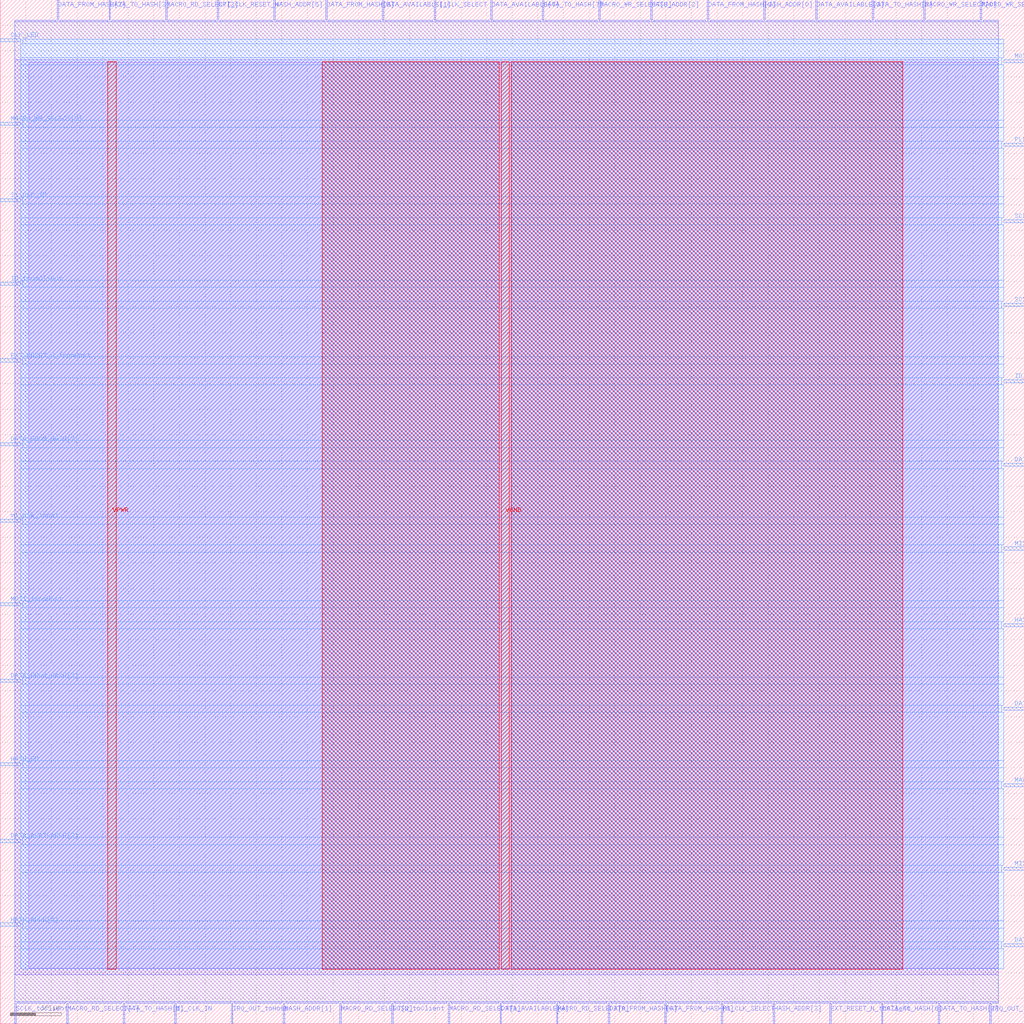
<source format=lef>
VERSION 5.7 ;
  NOWIREEXTENSIONATPIN ON ;
  DIVIDERCHAR "/" ;
  BUSBITCHARS "[]" ;
MACRO decred_controller
  CLASS BLOCK ;
  FOREIGN decred_controller ;
  ORIGIN 0.000 0.000 ;
  SIZE 200.000 BY 200.000 ;
  PIN CLK_LED
    DIRECTION OUTPUT TRISTATE ;
    PORT
      LAYER met3 ;
        RECT 0.000 191.800 4.000 192.400 ;
    END
  END CLK_LED
  PIN DATA_AVAILABLE[0]
    DIRECTION INPUT ;
    PORT
      LAYER met2 ;
        RECT 95.770 196.000 96.050 200.000 ;
    END
  END DATA_AVAILABLE[0]
  PIN DATA_AVAILABLE[1]
    DIRECTION INPUT ;
    PORT
      LAYER met2 ;
        RECT 74.610 196.000 74.890 200.000 ;
    END
  END DATA_AVAILABLE[1]
  PIN DATA_AVAILABLE[2]
    DIRECTION INPUT ;
    PORT
      LAYER met3 ;
        RECT 0.000 35.400 4.000 36.000 ;
    END
  END DATA_AVAILABLE[2]
  PIN DATA_AVAILABLE[3]
    DIRECTION INPUT ;
    PORT
      LAYER met2 ;
        RECT 159.250 196.000 159.530 200.000 ;
    END
  END DATA_AVAILABLE[3]
  PIN DATA_AVAILABLE[4]
    DIRECTION INPUT ;
    PORT
      LAYER met2 ;
        RECT 97.610 0.000 97.890 4.000 ;
    END
  END DATA_AVAILABLE[4]
  PIN DATA_FROM_HASH[0]
    DIRECTION INPUT ;
    PORT
      LAYER met2 ;
        RECT 118.770 0.000 119.050 4.000 ;
    END
  END DATA_FROM_HASH[0]
  PIN DATA_FROM_HASH[1]
    DIRECTION INPUT ;
    PORT
      LAYER met2 ;
        RECT 138.090 196.000 138.370 200.000 ;
    END
  END DATA_FROM_HASH[1]
  PIN DATA_FROM_HASH[2]
    DIRECTION INPUT ;
    PORT
      LAYER met2 ;
        RECT 11.130 196.000 11.410 200.000 ;
    END
  END DATA_FROM_HASH[2]
  PIN DATA_FROM_HASH[3]
    DIRECTION INPUT ;
    PORT
      LAYER met3 ;
        RECT 0.000 66.680 4.000 67.280 ;
    END
  END DATA_FROM_HASH[3]
  PIN DATA_FROM_HASH[4]
    DIRECTION INPUT ;
    PORT
      LAYER met3 ;
        RECT 196.000 61.240 200.000 61.840 ;
    END
  END DATA_FROM_HASH[4]
  PIN DATA_FROM_HASH[5]
    DIRECTION INPUT ;
    PORT
      LAYER met2 ;
        RECT 63.570 196.000 63.850 200.000 ;
    END
  END DATA_FROM_HASH[5]
  PIN DATA_FROM_HASH[6]
    DIRECTION INPUT ;
    PORT
      LAYER met2 ;
        RECT 129.810 0.000 130.090 4.000 ;
    END
  END DATA_FROM_HASH[6]
  PIN DATA_FROM_HASH[7]
    DIRECTION INPUT ;
    PORT
      LAYER met3 ;
        RECT 0.000 112.920 4.000 113.520 ;
    END
  END DATA_FROM_HASH[7]
  PIN DATA_TO_HASH[0]
    DIRECTION OUTPUT TRISTATE ;
    PORT
      LAYER met2 ;
        RECT 170.290 196.000 170.570 200.000 ;
    END
  END DATA_TO_HASH[0]
  PIN DATA_TO_HASH[1]
    DIRECTION OUTPUT TRISTATE ;
    PORT
      LAYER met2 ;
        RECT 24.010 0.000 24.290 4.000 ;
    END
  END DATA_TO_HASH[1]
  PIN DATA_TO_HASH[2]
    DIRECTION OUTPUT TRISTATE ;
    PORT
      LAYER met2 ;
        RECT 183.170 0.000 183.450 4.000 ;
    END
  END DATA_TO_HASH[2]
  PIN DATA_TO_HASH[3]
    DIRECTION OUTPUT TRISTATE ;
    PORT
      LAYER met2 ;
        RECT 21.250 196.000 21.530 200.000 ;
    END
  END DATA_TO_HASH[3]
  PIN DATA_TO_HASH[4]
    DIRECTION OUTPUT TRISTATE ;
    PORT
      LAYER met3 ;
        RECT 196.000 15.000 200.000 15.600 ;
    END
  END DATA_TO_HASH[4]
  PIN DATA_TO_HASH[5]
    DIRECTION OUTPUT TRISTATE ;
    PORT
      LAYER met3 ;
        RECT 196.000 108.840 200.000 109.440 ;
    END
  END DATA_TO_HASH[5]
  PIN DATA_TO_HASH[6]
    DIRECTION OUTPUT TRISTATE ;
    PORT
      LAYER met2 ;
        RECT 172.130 0.000 172.410 4.000 ;
    END
  END DATA_TO_HASH[6]
  PIN DATA_TO_HASH[7]
    DIRECTION OUTPUT TRISTATE ;
    PORT
      LAYER met2 ;
        RECT 105.890 196.000 106.170 200.000 ;
    END
  END DATA_TO_HASH[7]
  PIN EXT_RESET_N_fromHost
    DIRECTION INPUT ;
    PORT
      LAYER met3 ;
        RECT 0.000 129.240 4.000 129.840 ;
    END
  END EXT_RESET_N_fromHost
  PIN EXT_RESET_N_toClient
    DIRECTION OUTPUT TRISTATE ;
    PORT
      LAYER met2 ;
        RECT 162.010 0.000 162.290 4.000 ;
    END
  END EXT_RESET_N_toClient
  PIN HASH_ADDR[0]
    DIRECTION OUTPUT TRISTATE ;
    PORT
      LAYER met2 ;
        RECT 149.130 196.000 149.410 200.000 ;
    END
  END HASH_ADDR[0]
  PIN HASH_ADDR[1]
    DIRECTION OUTPUT TRISTATE ;
    PORT
      LAYER met2 ;
        RECT 55.290 0.000 55.570 4.000 ;
    END
  END HASH_ADDR[1]
  PIN HASH_ADDR[2]
    DIRECTION OUTPUT TRISTATE ;
    PORT
      LAYER met2 ;
        RECT 127.050 196.000 127.330 200.000 ;
    END
  END HASH_ADDR[2]
  PIN HASH_ADDR[3]
    DIRECTION OUTPUT TRISTATE ;
    PORT
      LAYER met2 ;
        RECT 150.970 0.000 151.250 4.000 ;
    END
  END HASH_ADDR[3]
  PIN HASH_ADDR[4]
    DIRECTION OUTPUT TRISTATE ;
    PORT
      LAYER met3 ;
        RECT 0.000 19.080 4.000 19.680 ;
    END
  END HASH_ADDR[4]
  PIN HASH_ADDR[5]
    DIRECTION OUTPUT TRISTATE ;
    PORT
      LAYER met2 ;
        RECT 53.450 196.000 53.730 200.000 ;
    END
  END HASH_ADDR[5]
  PIN HASH_EN
    DIRECTION OUTPUT TRISTATE ;
    PORT
      LAYER met3 ;
        RECT 0.000 50.360 4.000 50.960 ;
    END
  END HASH_EN
  PIN HASH_LED
    DIRECTION OUTPUT TRISTATE ;
    PORT
      LAYER met3 ;
        RECT 196.000 77.560 200.000 78.160 ;
    END
  END HASH_LED
  PIN ID_fromClient
    DIRECTION INPUT ;
    PORT
      LAYER met3 ;
        RECT 0.000 144.200 4.000 144.800 ;
    END
  END ID_fromClient
  PIN ID_toHost
    DIRECTION OUTPUT TRISTATE ;
    PORT
      LAYER met3 ;
        RECT 196.000 125.160 200.000 125.760 ;
    END
  END ID_toHost
  PIN IRQ_OUT_fromClient
    DIRECTION INPUT ;
    PORT
      LAYER met2 ;
        RECT 193.290 0.000 193.570 4.000 ;
    END
  END IRQ_OUT_fromClient
  PIN IRQ_OUT_toHost
    DIRECTION OUTPUT TRISTATE ;
    PORT
      LAYER met2 ;
        RECT 45.170 0.000 45.450 4.000 ;
    END
  END IRQ_OUT_toHost
  PIN M1_CLK_IN
    DIRECTION INPUT ;
    PORT
      LAYER met2 ;
        RECT 34.130 0.000 34.410 4.000 ;
    END
  END M1_CLK_IN
  PIN M1_CLK_SELECT
    DIRECTION INPUT ;
    PORT
      LAYER met2 ;
        RECT 140.850 0.000 141.130 4.000 ;
    END
  END M1_CLK_SELECT
  PIN MACRO_RD_SELECT[0]
    DIRECTION OUTPUT TRISTATE ;
    PORT
      LAYER met2 ;
        RECT 108.650 0.000 108.930 4.000 ;
    END
  END MACRO_RD_SELECT[0]
  PIN MACRO_RD_SELECT[1]
    DIRECTION OUTPUT TRISTATE ;
    PORT
      LAYER met2 ;
        RECT 87.490 0.000 87.770 4.000 ;
    END
  END MACRO_RD_SELECT[1]
  PIN MACRO_RD_SELECT[2]
    DIRECTION OUTPUT TRISTATE ;
    PORT
      LAYER met2 ;
        RECT 66.330 0.000 66.610 4.000 ;
    END
  END MACRO_RD_SELECT[2]
  PIN MACRO_RD_SELECT[3]
    DIRECTION OUTPUT TRISTATE ;
    PORT
      LAYER met2 ;
        RECT 32.290 196.000 32.570 200.000 ;
    END
  END MACRO_RD_SELECT[3]
  PIN MACRO_RD_SELECT[4]
    DIRECTION OUTPUT TRISTATE ;
    PORT
      LAYER met2 ;
        RECT 12.970 0.000 13.250 4.000 ;
    END
  END MACRO_RD_SELECT[4]
  PIN MACRO_WR_SELECT[0]
    DIRECTION OUTPUT TRISTATE ;
    PORT
      LAYER met2 ;
        RECT 180.410 196.000 180.690 200.000 ;
    END
  END MACRO_WR_SELECT[0]
  PIN MACRO_WR_SELECT[1]
    DIRECTION OUTPUT TRISTATE ;
    PORT
      LAYER met3 ;
        RECT 196.000 46.280 200.000 46.880 ;
    END
  END MACRO_WR_SELECT[1]
  PIN MACRO_WR_SELECT[2]
    DIRECTION OUTPUT TRISTATE ;
    PORT
      LAYER met3 ;
        RECT 0.000 175.480 4.000 176.080 ;
    END
  END MACRO_WR_SELECT[2]
  PIN MACRO_WR_SELECT[3]
    DIRECTION OUTPUT TRISTATE ;
    PORT
      LAYER met2 ;
        RECT 116.930 196.000 117.210 200.000 ;
    END
  END MACRO_WR_SELECT[3]
  PIN MACRO_WR_SELECT[4]
    DIRECTION OUTPUT TRISTATE ;
    PORT
      LAYER met2 ;
        RECT 191.450 196.000 191.730 200.000 ;
    END
  END MACRO_WR_SELECT[4]
  PIN MISO_fromClient
    DIRECTION INPUT ;
    PORT
      LAYER met3 ;
        RECT 196.000 92.520 200.000 93.120 ;
    END
  END MISO_fromClient
  PIN MISO_toHost
    DIRECTION OUTPUT TRISTATE ;
    PORT
      LAYER met3 ;
        RECT 196.000 29.960 200.000 30.560 ;
    END
  END MISO_toHost
  PIN MOSI_fromHost
    DIRECTION INPUT ;
    PORT
      LAYER met3 ;
        RECT 0.000 81.640 4.000 82.240 ;
    END
  END MOSI_fromHost
  PIN MOSI_toClient
    DIRECTION OUTPUT TRISTATE ;
    PORT
      LAYER met3 ;
        RECT 196.000 187.720 200.000 188.320 ;
    END
  END MOSI_toClient
  PIN PLL_INPUT
    DIRECTION INPUT ;
    PORT
      LAYER met3 ;
        RECT 196.000 171.400 200.000 172.000 ;
    END
  END PLL_INPUT
  PIN S1_CLK_IN
    DIRECTION INPUT ;
    PORT
      LAYER met3 ;
        RECT 0.000 160.520 4.000 161.120 ;
    END
  END S1_CLK_IN
  PIN S1_CLK_SELECT
    DIRECTION INPUT ;
    PORT
      LAYER met2 ;
        RECT 84.730 196.000 85.010 200.000 ;
    END
  END S1_CLK_SELECT
  PIN SCLK_fromHost
    DIRECTION INPUT ;
    PORT
      LAYER met3 ;
        RECT 196.000 156.440 200.000 157.040 ;
    END
  END SCLK_fromHost
  PIN SCLK_toClient
    DIRECTION OUTPUT TRISTATE ;
    PORT
      LAYER met2 ;
        RECT 2.850 0.000 3.130 4.000 ;
    END
  END SCLK_toClient
  PIN SCSN_fromHost
    DIRECTION INPUT ;
    PORT
      LAYER met3 ;
        RECT 196.000 140.120 200.000 140.720 ;
    END
  END SCSN_fromHost
  PIN SCSN_toClient
    DIRECTION OUTPUT TRISTATE ;
    PORT
      LAYER met2 ;
        RECT 76.450 0.000 76.730 4.000 ;
    END
  END SCSN_toClient
  PIN SPI_CLK_RESET_N
    DIRECTION INPUT ;
    PORT
      LAYER met2 ;
        RECT 42.410 196.000 42.690 200.000 ;
    END
  END SPI_CLK_RESET_N
  PIN m1_clk_local
    DIRECTION OUTPUT TRISTATE ;
    PORT
      LAYER met3 ;
        RECT 0.000 97.960 4.000 98.560 ;
    END
  END m1_clk_local
  PIN VPWR
    DIRECTION INPUT ;
    USE POWER ;
    PORT
      LAYER met4 ;
        RECT 21.040 10.640 22.640 187.920 ;
    END
  END VPWR
  PIN VGND
    DIRECTION INPUT ;
    USE GROUND ;
    PORT
      LAYER met4 ;
        RECT 97.840 10.640 99.440 187.920 ;
    END
  END VGND
  OBS
      LAYER li1 ;
        RECT 5.520 10.795 194.895 187.765 ;
      LAYER met1 ;
        RECT 2.830 9.560 194.970 188.320 ;
      LAYER met2 ;
        RECT 2.860 195.720 10.850 196.000 ;
        RECT 11.690 195.720 20.970 196.000 ;
        RECT 21.810 195.720 32.010 196.000 ;
        RECT 32.850 195.720 42.130 196.000 ;
        RECT 42.970 195.720 53.170 196.000 ;
        RECT 54.010 195.720 63.290 196.000 ;
        RECT 64.130 195.720 74.330 196.000 ;
        RECT 75.170 195.720 84.450 196.000 ;
        RECT 85.290 195.720 95.490 196.000 ;
        RECT 96.330 195.720 105.610 196.000 ;
        RECT 106.450 195.720 116.650 196.000 ;
        RECT 117.490 195.720 126.770 196.000 ;
        RECT 127.610 195.720 137.810 196.000 ;
        RECT 138.650 195.720 148.850 196.000 ;
        RECT 149.690 195.720 158.970 196.000 ;
        RECT 159.810 195.720 170.010 196.000 ;
        RECT 170.850 195.720 180.130 196.000 ;
        RECT 180.970 195.720 191.170 196.000 ;
        RECT 192.010 195.720 194.950 196.000 ;
        RECT 2.860 4.280 194.950 195.720 ;
        RECT 3.410 4.000 12.690 4.280 ;
        RECT 13.530 4.000 23.730 4.280 ;
        RECT 24.570 4.000 33.850 4.280 ;
        RECT 34.690 4.000 44.890 4.280 ;
        RECT 45.730 4.000 55.010 4.280 ;
        RECT 55.850 4.000 66.050 4.280 ;
        RECT 66.890 4.000 76.170 4.280 ;
        RECT 77.010 4.000 87.210 4.280 ;
        RECT 88.050 4.000 97.330 4.280 ;
        RECT 98.170 4.000 108.370 4.280 ;
        RECT 109.210 4.000 118.490 4.280 ;
        RECT 119.330 4.000 129.530 4.280 ;
        RECT 130.370 4.000 140.570 4.280 ;
        RECT 141.410 4.000 150.690 4.280 ;
        RECT 151.530 4.000 161.730 4.280 ;
        RECT 162.570 4.000 171.850 4.280 ;
        RECT 172.690 4.000 182.890 4.280 ;
        RECT 183.730 4.000 193.010 4.280 ;
        RECT 193.850 4.000 194.950 4.280 ;
      LAYER met3 ;
        RECT 4.400 191.400 196.000 192.265 ;
        RECT 4.000 188.720 196.000 191.400 ;
        RECT 4.000 187.320 195.600 188.720 ;
        RECT 4.000 176.480 196.000 187.320 ;
        RECT 4.400 175.080 196.000 176.480 ;
        RECT 4.000 172.400 196.000 175.080 ;
        RECT 4.000 171.000 195.600 172.400 ;
        RECT 4.000 161.520 196.000 171.000 ;
        RECT 4.400 160.120 196.000 161.520 ;
        RECT 4.000 157.440 196.000 160.120 ;
        RECT 4.000 156.040 195.600 157.440 ;
        RECT 4.000 145.200 196.000 156.040 ;
        RECT 4.400 143.800 196.000 145.200 ;
        RECT 4.000 141.120 196.000 143.800 ;
        RECT 4.000 139.720 195.600 141.120 ;
        RECT 4.000 130.240 196.000 139.720 ;
        RECT 4.400 128.840 196.000 130.240 ;
        RECT 4.000 126.160 196.000 128.840 ;
        RECT 4.000 124.760 195.600 126.160 ;
        RECT 4.000 113.920 196.000 124.760 ;
        RECT 4.400 112.520 196.000 113.920 ;
        RECT 4.000 109.840 196.000 112.520 ;
        RECT 4.000 108.440 195.600 109.840 ;
        RECT 4.000 98.960 196.000 108.440 ;
        RECT 4.400 97.560 196.000 98.960 ;
        RECT 4.000 93.520 196.000 97.560 ;
        RECT 4.000 92.120 195.600 93.520 ;
        RECT 4.000 82.640 196.000 92.120 ;
        RECT 4.400 81.240 196.000 82.640 ;
        RECT 4.000 78.560 196.000 81.240 ;
        RECT 4.000 77.160 195.600 78.560 ;
        RECT 4.000 67.680 196.000 77.160 ;
        RECT 4.400 66.280 196.000 67.680 ;
        RECT 4.000 62.240 196.000 66.280 ;
        RECT 4.000 60.840 195.600 62.240 ;
        RECT 4.000 51.360 196.000 60.840 ;
        RECT 4.400 49.960 196.000 51.360 ;
        RECT 4.000 47.280 196.000 49.960 ;
        RECT 4.000 45.880 195.600 47.280 ;
        RECT 4.000 36.400 196.000 45.880 ;
        RECT 4.400 35.000 196.000 36.400 ;
        RECT 4.000 30.960 196.000 35.000 ;
        RECT 4.000 29.560 195.600 30.960 ;
        RECT 4.000 20.080 196.000 29.560 ;
        RECT 4.400 18.680 196.000 20.080 ;
        RECT 4.000 16.000 196.000 18.680 ;
        RECT 4.000 14.600 195.600 16.000 ;
        RECT 4.000 10.715 196.000 14.600 ;
      LAYER met4 ;
        RECT 62.855 10.640 97.440 187.920 ;
        RECT 99.840 10.640 176.240 187.920 ;
  END
END decred_controller
END LIBRARY


</source>
